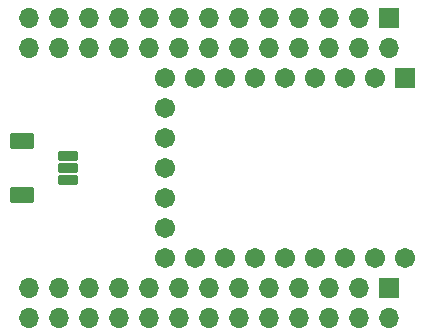
<source format=gbr>
%TF.GenerationSoftware,KiCad,Pcbnew,7.0.10*%
%TF.CreationDate,2025-10-01T21:30:06+02:00*%
%TF.ProjectId,PS2_Debug_Probe,5053325f-4465-4627-9567-5f50726f6265,rev?*%
%TF.SameCoordinates,Original*%
%TF.FileFunction,Soldermask,Top*%
%TF.FilePolarity,Negative*%
%FSLAX46Y46*%
G04 Gerber Fmt 4.6, Leading zero omitted, Abs format (unit mm)*
G04 Created by KiCad (PCBNEW 7.0.10) date 2025-10-01 21:30:06*
%MOMM*%
%LPD*%
G01*
G04 APERTURE LIST*
G04 Aperture macros list*
%AMRoundRect*
0 Rectangle with rounded corners*
0 $1 Rounding radius*
0 $2 $3 $4 $5 $6 $7 $8 $9 X,Y pos of 4 corners*
0 Add a 4 corners polygon primitive as box body*
4,1,4,$2,$3,$4,$5,$6,$7,$8,$9,$2,$3,0*
0 Add four circle primitives for the rounded corners*
1,1,$1+$1,$2,$3*
1,1,$1+$1,$4,$5*
1,1,$1+$1,$6,$7*
1,1,$1+$1,$8,$9*
0 Add four rect primitives between the rounded corners*
20,1,$1+$1,$2,$3,$4,$5,0*
20,1,$1+$1,$4,$5,$6,$7,0*
20,1,$1+$1,$6,$7,$8,$9,0*
20,1,$1+$1,$8,$9,$2,$3,0*%
G04 Aperture macros list end*
%ADD10R,1.700000X1.700000*%
%ADD11O,1.700000X1.700000*%
%ADD12RoundRect,0.102000X-0.775000X-0.300000X0.775000X-0.300000X0.775000X0.300000X-0.775000X0.300000X0*%
%ADD13RoundRect,0.102000X0.900000X-0.600000X0.900000X0.600000X-0.900000X0.600000X-0.900000X-0.600000X0*%
%ADD14RoundRect,0.102000X0.754000X-0.754000X0.754000X0.754000X-0.754000X0.754000X-0.754000X-0.754000X0*%
%ADD15C,1.712000*%
G04 APERTURE END LIST*
D10*
%TO.C,U2*%
X156575000Y-81300000D03*
D11*
X156575000Y-83840000D03*
X154035000Y-81300000D03*
X154035000Y-83840000D03*
X151495000Y-81300000D03*
X151495000Y-83840000D03*
X148955000Y-81300000D03*
X148955000Y-83840000D03*
X146415000Y-81300000D03*
X146415000Y-83840000D03*
X143875000Y-81300000D03*
X143875000Y-83840000D03*
X141335000Y-81300000D03*
X141335000Y-83840000D03*
X138795000Y-81300000D03*
X138795000Y-83840000D03*
X136255000Y-81300000D03*
X136255000Y-83840000D03*
X133715000Y-81300000D03*
X133715000Y-83840000D03*
X131175000Y-81300000D03*
X131175000Y-83840000D03*
X128635000Y-81300000D03*
X128635000Y-83840000D03*
X126095000Y-81300000D03*
X126095000Y-83840000D03*
D10*
X156575000Y-104160000D03*
D11*
X156575000Y-106700000D03*
X154035000Y-104160000D03*
X154035000Y-106700000D03*
X151495000Y-104160000D03*
X151495000Y-106700000D03*
X148955000Y-104160000D03*
X148955000Y-106700000D03*
X146415000Y-104160000D03*
X146415000Y-106700000D03*
X143875000Y-104160000D03*
X143875000Y-106700000D03*
X141335000Y-104160000D03*
X141335000Y-106700000D03*
X138795000Y-104160000D03*
X138795000Y-106700000D03*
X136255000Y-104160000D03*
X136255000Y-106700000D03*
X133715000Y-104160000D03*
X133715000Y-106700000D03*
X131175000Y-104160000D03*
X131175000Y-106700000D03*
X128635000Y-104160000D03*
X128635000Y-106700000D03*
X126095000Y-104160000D03*
X126095000Y-106700000D03*
%TD*%
D12*
%TO.C,J101*%
X129400000Y-93000000D03*
X129400000Y-94000000D03*
X129400000Y-95000000D03*
D13*
X125525000Y-91700000D03*
X125525000Y-96300000D03*
%TD*%
D14*
%TO.C,U1*%
X157960000Y-86380000D03*
D15*
X155420000Y-86380000D03*
X152880000Y-86380000D03*
X150340000Y-86380000D03*
X147800000Y-86380000D03*
X145260000Y-86380000D03*
X142720000Y-86380000D03*
X140180000Y-86380000D03*
X137640000Y-86380000D03*
X137640000Y-88920000D03*
X137640000Y-91460000D03*
X137640000Y-94000000D03*
X137640000Y-96540000D03*
X137640000Y-99080000D03*
X137640000Y-101620000D03*
X140180000Y-101620000D03*
X142720000Y-101620000D03*
X145260000Y-101620000D03*
X147800000Y-101620000D03*
X150340000Y-101620000D03*
X152880000Y-101620000D03*
X155420000Y-101620000D03*
X157960000Y-101620000D03*
%TD*%
M02*

</source>
